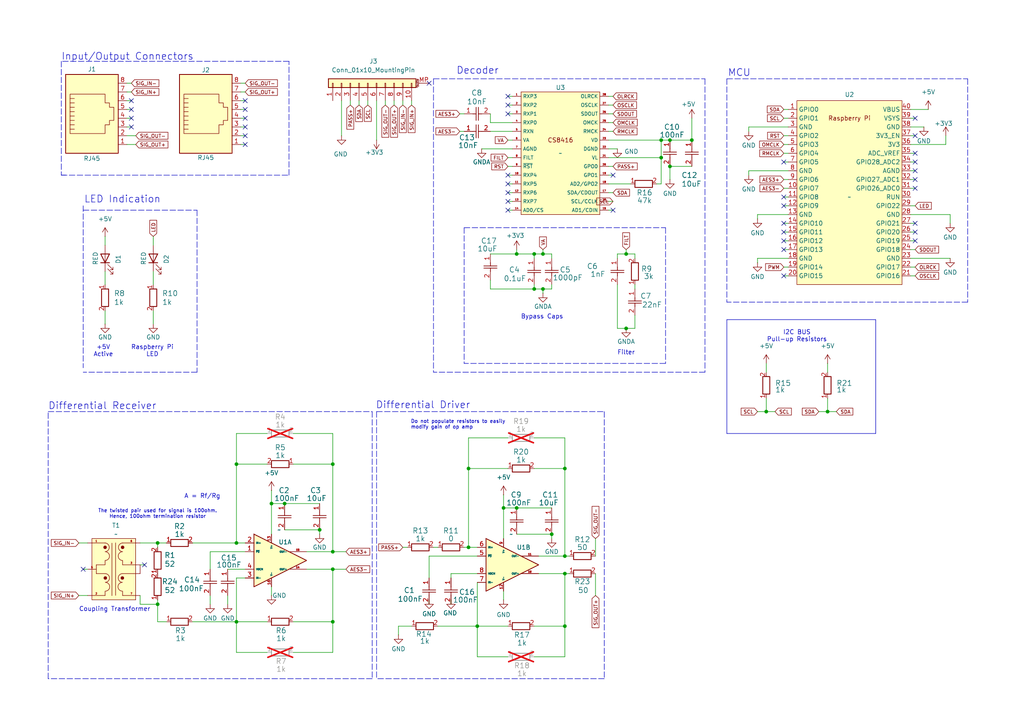
<source format=kicad_sch>
(kicad_sch (version 20231120) (generator "eeschema") (generator_version "8.0")
  (paper "A4")
  (junction (at 163.83 161.29))
  (junction (at 138.43 181.61))
  (junction (at 135.89 158.75))
  (junction (at 149.86 147.32))
  (junction (at 149.86 73.66))
  (junction (at 163.83 166.37))
  (junction (at 200.66 40.64))
  (junction (at 157.48 83.82))
  (junction (at 157.48 73.66))
  (junction (at 68.58 134.62))
  (junction (at 163.83 135.89))
  (junction (at 68.58 157.48))
  (junction (at 191.77 45.72))
  (junction (at 45.72 175.26))
  (junction (at 163.83 181.61))
  (junction (at 82.55 146.05))
  (junction (at 96.52 165.1))
  (junction (at 191.77 40.64))
  (junction (at 146.05 147.32))
  (junction (at 96.52 160.02))
  (junction (at 160.02 154.94))
  (junction (at 154.94 83.82))
  (junction (at 222.25 119.38))
  (junction (at 45.72 157.48))
  (junction (at 181.61 73.66))
  (junction (at 135.89 135.89))
  (junction (at 92.71 153.67))
  (junction (at 194.31 40.64))
  (junction (at 154.94 73.66))
  (junction (at 68.58 180.34))
  (junction (at 240.03 119.38))
  (junction (at 194.31 48.26))
  (junction (at 181.61 95.25))
  (junction (at 78.74 146.05))
  (junction (at 96.52 134.62))
  (junction (at 96.52 180.34))
  (no_connect (at 147.32 53.34))
  (no_connect (at 147.32 30.48))
  (no_connect (at 227.33 57.15))
  (no_connect (at 147.32 58.42))
  (no_connect (at 71.12 31.75))
  (no_connect (at 38.1 29.21))
  (no_connect (at 265.43 69.85))
  (no_connect (at 147.32 60.96))
  (no_connect (at 265.43 54.61))
  (no_connect (at 265.43 64.77))
  (no_connect (at 71.12 34.29))
  (no_connect (at 71.12 41.91))
  (no_connect (at 227.33 59.69))
  (no_connect (at 147.32 55.88))
  (no_connect (at 227.33 72.39))
  (no_connect (at 71.12 36.83))
  (no_connect (at 265.43 52.07))
  (no_connect (at 147.32 50.8))
  (no_connect (at 147.32 27.94))
  (no_connect (at 38.1 34.29))
  (no_connect (at 177.8 50.8))
  (no_connect (at 227.33 69.85))
  (no_connect (at 227.33 67.31))
  (no_connect (at 227.33 80.01))
  (no_connect (at 38.1 36.83))
  (no_connect (at 227.33 64.77))
  (no_connect (at 38.1 31.75))
  (no_connect (at 177.8 60.96))
  (no_connect (at 265.43 44.45))
  (no_connect (at 265.43 46.99))
  (no_connect (at 265.43 34.29))
  (no_connect (at 124.46 24.13))
  (no_connect (at 24.13 165.1))
  (no_connect (at 227.33 46.99))
  (no_connect (at 265.43 67.31))
  (no_connect (at 265.43 39.37))
  (no_connect (at 71.12 29.21))
  (no_connect (at 265.43 49.53))
  (no_connect (at 41.91 163.83))
  (no_connect (at 147.32 33.02))
  (no_connect (at 71.12 39.37))
  (wire (pts (xy 177.8 48.26) (xy 176.53 48.26)))
  (wire (pts (xy 147.32 45.72) (xy 148.59 45.72)))
  (wire (pts (xy 106.68 30.48) (xy 106.68 29.21)))
  (wire (pts (xy 163.83 166.37) (xy 165.1 166.37)))
  (wire (pts (xy 219.71 76.2) (xy 219.71 74.93)))
  (wire (pts (xy 78.74 146.05) (xy 82.55 146.05)))
  (wire (pts (xy 36.83 41.91) (xy 39.37 41.91)))
  (wire (pts (xy 176.53 38.1) (xy 177.8 38.1)))
  (wire (pts (xy 240.03 119.38) (xy 242.57 119.38)))
  (polyline (pts (xy 254 120.65) (xy 254 125.73)))
  (wire (pts (xy 147.32 55.88) (xy 148.59 55.88)))
  (wire (pts (xy 45.72 173.99) (xy 45.72 175.26)))
  (wire (pts (xy 85.09 180.34) (xy 96.52 180.34)))
  (wire (pts (xy 96.52 165.1) (xy 96.52 180.34)))
  (wire (pts (xy 130.81 167.64) (xy 130.81 166.37)))
  (polyline (pts (xy 125.73 22.86) (xy 204.47 22.86)) (stroke (width 0) (type dash)))
  (polyline (pts (xy 57.15 60.96) (xy 57.15 107.95)) (stroke (width 0) (type dash)))
  (wire (pts (xy 124.46 175.26) (xy 124.46 173.99)))
  (wire (pts (xy 265.43 67.31) (xy 264.16 67.31)))
  (wire (pts (xy 265.43 69.85) (xy 264.16 69.85)))
  (wire (pts (xy 160.02 74.93) (xy 160.02 73.66)))
  (wire (pts (xy 142.24 35.56) (xy 148.59 35.56)))
  (wire (pts (xy 177.8 27.94) (xy 176.53 27.94)))
  (wire (pts (xy 69.85 39.37) (xy 71.12 39.37)))
  (polyline (pts (xy 134.62 66.04) (xy 193.04 66.04)) (stroke (width 0) (type dash)))
  (wire (pts (xy 227.33 80.01) (xy 228.6 80.01)))
  (wire (pts (xy 38.1 24.13) (xy 36.83 24.13)))
  (polyline (pts (xy 17.78 50.8) (xy 83.82 50.8)) (stroke (width 0) (type dash)))
  (wire (pts (xy 264.16 41.91) (xy 274.32 41.91)))
  (wire (pts (xy 182.88 53.34) (xy 176.53 53.34)))
  (wire (pts (xy 77.47 189.23) (xy 68.58 189.23)))
  (wire (pts (xy 116.84 29.21) (xy 116.84 30.48)))
  (wire (pts (xy 41.91 163.83) (xy 40.64 163.83)))
  (wire (pts (xy 160.02 73.66) (xy 157.48 73.66)))
  (wire (pts (xy 96.52 180.34) (xy 96.52 189.23)))
  (wire (pts (xy 265.43 34.29) (xy 264.16 34.29)))
  (wire (pts (xy 78.74 170.18) (xy 78.74 172.72)))
  (wire (pts (xy 177.8 30.48) (xy 176.53 30.48)))
  (wire (pts (xy 78.74 154.94) (xy 78.74 146.05)))
  (polyline (pts (xy 17.78 17.78) (xy 17.78 50.8)) (stroke (width 0) (type dash)))
  (polyline (pts (xy 210.82 22.86) (xy 280.67 22.86)) (stroke (width 0) (type dash)))
  (wire (pts (xy 119.38 29.21) (xy 119.38 30.48)))
  (wire (pts (xy 130.81 175.26) (xy 130.81 173.99)))
  (wire (pts (xy 149.86 73.66) (xy 154.94 73.66)))
  (wire (pts (xy 147.32 53.34) (xy 148.59 53.34)))
  (polyline (pts (xy 134.62 66.04) (xy 134.62 105.41)) (stroke (width 0) (type dash)))
  (wire (pts (xy 227.33 41.91) (xy 228.6 41.91)))
  (polyline (pts (xy 83.82 17.78) (xy 17.78 17.78)) (stroke (width 0) (type dash)))
  (polyline (pts (xy 204.47 22.86) (xy 204.47 107.95)) (stroke (width 0) (type dash)))
  (wire (pts (xy 68.58 180.34) (xy 77.47 180.34)))
  (polyline (pts (xy 210.82 125.73) (xy 254 125.73)))
  (wire (pts (xy 194.31 48.26) (xy 194.31 52.07)))
  (wire (pts (xy 227.33 77.47) (xy 228.6 77.47)))
  (wire (pts (xy 157.48 83.82) (xy 154.94 83.82)))
  (wire (pts (xy 71.12 24.13) (xy 69.85 24.13)))
  (wire (pts (xy 219.71 119.38) (xy 222.25 119.38)))
  (wire (pts (xy 138.43 190.5) (xy 138.43 181.61)))
  (wire (pts (xy 179.07 82.55) (xy 179.07 95.25)))
  (polyline (pts (xy 254 120.65) (xy 254 92.71)))
  (wire (pts (xy 177.8 50.8) (xy 176.53 50.8)))
  (wire (pts (xy 160.02 83.82) (xy 157.48 83.82)))
  (wire (pts (xy 38.1 34.29) (xy 36.83 34.29)))
  (wire (pts (xy 30.48 68.58) (xy 30.48 71.12)))
  (wire (pts (xy 240.03 105.41) (xy 240.03 107.95)))
  (wire (pts (xy 88.9 165.1) (xy 96.52 165.1)))
  (polyline (pts (xy 13.97 119.38) (xy 107.95 119.38)) (stroke (width 0) (type dash)))
  (wire (pts (xy 135.89 135.89) (xy 147.32 135.89)))
  (wire (pts (xy 36.83 26.67) (xy 38.1 26.67)))
  (polyline (pts (xy 280.67 87.63) (xy 210.82 87.63)) (stroke (width 0) (type dash)))
  (wire (pts (xy 149.86 72.39) (xy 149.86 73.66)))
  (wire (pts (xy 125.73 158.75) (xy 127 158.75)))
  (wire (pts (xy 71.12 29.21) (xy 69.85 29.21)))
  (wire (pts (xy 176.53 35.56) (xy 177.8 35.56)))
  (wire (pts (xy 88.9 160.02) (xy 96.52 160.02)))
  (wire (pts (xy 154.94 127) (xy 163.83 127)))
  (wire (pts (xy 156.21 161.29) (xy 163.83 161.29)))
  (polyline (pts (xy 109.22 119.38) (xy 109.22 196.85)) (stroke (width 0) (type dash)))
  (wire (pts (xy 30.48 78.74) (xy 30.48 82.55)))
  (wire (pts (xy 99.06 39.37) (xy 99.06 29.21)))
  (wire (pts (xy 227.33 34.29) (xy 228.6 34.29)))
  (wire (pts (xy 96.52 165.1) (xy 100.33 165.1)))
  (wire (pts (xy 265.43 77.47) (xy 264.16 77.47)))
  (wire (pts (xy 130.81 166.37) (xy 138.43 166.37)))
  (wire (pts (xy 44.45 68.58) (xy 44.45 71.12)))
  (wire (pts (xy 71.12 31.75) (xy 69.85 31.75)))
  (wire (pts (xy 142.24 83.82) (xy 154.94 83.82)))
  (wire (pts (xy 227.33 67.31) (xy 228.6 67.31)))
  (wire (pts (xy 265.43 59.69) (xy 264.16 59.69)))
  (wire (pts (xy 154.94 82.55) (xy 154.94 83.82)))
  (wire (pts (xy 149.86 154.94) (xy 160.02 154.94)))
  (wire (pts (xy 71.12 26.67) (xy 69.85 26.67)))
  (wire (pts (xy 265.43 64.77) (xy 264.16 64.77)))
  (wire (pts (xy 227.33 52.07) (xy 228.6 52.07)))
  (polyline (pts (xy 210.82 92.71) (xy 210.82 125.73)))
  (wire (pts (xy 227.33 39.37) (xy 228.6 39.37)))
  (wire (pts (xy 138.43 181.61) (xy 147.32 181.61)))
  (wire (pts (xy 147.32 40.64) (xy 148.59 40.64)))
  (wire (pts (xy 163.83 190.5) (xy 163.83 181.61)))
  (polyline (pts (xy 193.04 105.41) (xy 134.62 105.41)) (stroke (width 0) (type dash)))
  (wire (pts (xy 190.5 53.34) (xy 191.77 53.34)))
  (wire (pts (xy 240.03 119.38) (xy 237.49 119.38)))
  (wire (pts (xy 38.1 29.21) (xy 36.83 29.21)))
  (wire (pts (xy 184.15 91.44) (xy 184.15 95.25)))
  (wire (pts (xy 68.58 134.62) (xy 77.47 134.62)))
  (wire (pts (xy 68.58 157.48) (xy 71.12 157.48)))
  (wire (pts (xy 115.57 181.61) (xy 115.57 184.15)))
  (wire (pts (xy 163.83 127) (xy 163.83 135.89)))
  (wire (pts (xy 142.24 38.1) (xy 148.59 38.1)))
  (wire (pts (xy 147.32 50.8) (xy 148.59 50.8)))
  (wire (pts (xy 82.55 146.05) (xy 92.71 146.05)))
  (wire (pts (xy 133.35 33.02) (xy 134.62 33.02)))
  (wire (pts (xy 222.25 105.41) (xy 222.25 107.95)))
  (wire (pts (xy 177.8 55.88) (xy 176.53 55.88)))
  (polyline (pts (xy 193.04 66.04) (xy 193.04 105.41)) (stroke (width 0) (type dash)))
  (wire (pts (xy 127 181.61) (xy 138.43 181.61)))
  (wire (pts (xy 142.24 33.02) (xy 142.24 35.56)))
  (wire (pts (xy 71.12 36.83) (xy 69.85 36.83)))
  (wire (pts (xy 179.07 73.66) (xy 179.07 74.93)))
  (wire (pts (xy 85.09 125.73) (xy 96.52 125.73)))
  (wire (pts (xy 78.74 142.24) (xy 78.74 146.05)))
  (wire (pts (xy 111.76 30.48) (xy 111.76 29.21)))
  (polyline (pts (xy 107.95 119.38) (xy 107.95 196.85)) (stroke (width 0) (type dash)))
  (wire (pts (xy 157.48 73.66) (xy 154.94 73.66)))
  (wire (pts (xy 228.6 49.53) (xy 217.17 49.53)))
  (wire (pts (xy 217.17 49.53) (xy 217.17 50.8)))
  (wire (pts (xy 124.46 167.64) (xy 124.46 161.29)))
  (wire (pts (xy 222.25 119.38) (xy 224.79 119.38)))
  (polyline (pts (xy 57.15 107.95) (xy 24.13 107.95)) (stroke (width 0) (type dash)))
  (wire (pts (xy 92.71 153.67) (xy 92.71 154.94)))
  (wire (pts (xy 227.33 46.99) (xy 228.6 46.99)))
  (wire (pts (xy 36.83 39.37) (xy 39.37 39.37)))
  (wire (pts (xy 227.33 54.61) (xy 228.6 54.61)))
  (wire (pts (xy 146.05 156.21) (xy 146.05 147.32)))
  (wire (pts (xy 30.48 93.98) (xy 30.48 90.17)))
  (wire (pts (xy 96.52 160.02) (xy 100.33 160.02)))
  (wire (pts (xy 160.02 154.94) (xy 160.02 156.21)))
  (wire (pts (xy 82.55 153.67) (xy 92.71 153.67)))
  (polyline (pts (xy 210.82 22.86) (xy 210.82 87.63)) (stroke (width 0) (type dash)))
  (wire (pts (xy 147.32 127) (xy 135.89 127)))
  (wire (pts (xy 265.43 46.99) (xy 264.16 46.99)))
  (wire (pts (xy 160.02 82.55) (xy 160.02 83.82)))
  (polyline (pts (xy 280.67 22.86) (xy 280.67 87.63)) (stroke (width 0) (type dash)))
  (wire (pts (xy 194.31 40.64) (xy 200.66 40.64)))
  (wire (pts (xy 184.15 74.93) (xy 184.15 73.66)))
  (wire (pts (xy 71.12 167.64) (xy 68.58 167.64)))
  (wire (pts (xy 217.17 36.83) (xy 228.6 36.83)))
  (wire (pts (xy 116.84 158.75) (xy 118.11 158.75)))
  (wire (pts (xy 96.52 134.62) (xy 96.52 160.02)))
  (wire (pts (xy 240.03 115.57) (xy 240.03 119.38)))
  (wire (pts (xy 22.86 157.48) (xy 25.4 157.48)))
  (wire (pts (xy 194.31 48.26) (xy 200.66 48.26)))
  (wire (pts (xy 227.33 44.45) (xy 228.6 44.45)))
  (wire (pts (xy 172.72 156.21) (xy 172.72 161.29)))
  (wire (pts (xy 154.94 190.5) (xy 163.83 190.5)))
  (wire (pts (xy 38.1 31.75) (xy 36.83 31.75)))
  (wire (pts (xy 44.45 90.17) (xy 44.45 93.98)))
  (wire (pts (xy 71.12 34.29) (xy 69.85 34.29)))
  (wire (pts (xy 154.94 181.61) (xy 163.83 181.61)))
  (polyline (pts (xy 254 92.71) (xy 210.82 92.71)))
  (wire (pts (xy 265.43 52.07) (xy 264.16 52.07)))
  (wire (pts (xy 135.89 158.75) (xy 135.89 135.89)))
  (polyline (pts (xy 13.97 196.85) (xy 13.97 119.38)) (stroke (width 0) (type dash)))
  (wire (pts (xy 85.09 134.62) (xy 96.52 134.62)))
  (wire (pts (xy 146.05 147.32) (xy 149.86 147.32)))
  (wire (pts (xy 265.43 49.53) (xy 264.16 49.53)))
  (wire (pts (xy 264.16 74.93) (xy 275.59 74.93)))
  (wire (pts (xy 163.83 181.61) (xy 163.83 166.37)))
  (wire (pts (xy 60.96 172.72) (xy 60.96 175.26)))
  (wire (pts (xy 176.53 43.18) (xy 179.07 43.18)))
  (wire (pts (xy 191.77 45.72) (xy 191.77 53.34)))
  (wire (pts (xy 24.13 165.1) (xy 25.4 165.1)))
  (wire (pts (xy 227.33 69.85) (xy 228.6 69.85)))
  (wire (pts (xy 147.32 33.02) (xy 148.59 33.02)))
  (wire (pts (xy 265.43 72.39) (xy 264.16 72.39)))
  (wire (pts (xy 176.53 45.72) (xy 191.77 45.72)))
  (wire (pts (xy 115.57 181.61) (xy 119.38 181.61)))
  (wire (pts (xy 179.07 73.66) (xy 181.61 73.66)))
  (wire (pts (xy 157.48 83.82) (xy 157.48 85.09)))
  (wire (pts (xy 96.52 125.73) (xy 96.52 134.62)))
  (wire (pts (xy 45.72 180.34) (xy 45.72 175.26)))
  (wire (pts (xy 147.32 27.94) (xy 148.59 27.94)))
  (wire (pts (xy 275.59 62.23) (xy 275.59 64.77)))
  (wire (pts (xy 142.24 81.28) (xy 142.24 83.82)))
  (wire (pts (xy 219.71 62.23) (xy 219.71 63.5)))
  (wire (pts (xy 60.96 160.02) (xy 71.12 160.02)))
  (wire (pts (xy 227.33 31.75) (xy 228.6 31.75)))
  (wire (pts (xy 222.25 115.57) (xy 222.25 119.38)))
  (wire (pts (xy 149.86 147.32) (xy 160.02 147.32)))
  (wire (pts (xy 45.72 157.48) (xy 48.26 157.48)))
  (polyline (pts (xy 175.26 196.85) (xy 109.22 196.85)) (stroke (width 0) (type dash)))
  (polyline (pts (xy 24.13 60.96) (xy 57.15 60.96)) (stroke (width 0) (type dash)))
  (wire (pts (xy 138.43 158.75) (xy 135.89 158.75)))
  (wire (pts (xy 60.96 160.02) (xy 60.96 165.1)))
  (wire (pts (xy 69.85 41.91) (xy 71.12 41.91)))
  (wire (pts (xy 181.61 72.39) (xy 181.61 73.66)))
  (polyline (pts (xy 17.78 50.8) (xy 19.05 50.8)))
  (wire (pts (xy 55.88 157.48) (xy 68.58 157.48)))
  (wire (pts (xy 228.6 62.23) (xy 219.71 62.23)))
  (wire (pts (xy 184.15 82.55) (xy 184.15 83.82)))
  (wire (pts (xy 267.97 36.83) (xy 264.16 36.83)))
  (wire (pts (xy 142.24 73.66) (xy 149.86 73.66)))
  (wire (pts (xy 191.77 40.64) (xy 194.31 40.64)))
  (wire (pts (xy 227.33 72.39) (xy 228.6 72.39)))
  (wire (pts (xy 163.83 161.29) (xy 165.1 161.29)))
  (wire (pts (xy 172.72 166.37) (xy 172.72 172.72)))
  (wire (pts (xy 133.35 38.1) (xy 134.62 38.1)))
  (wire (pts (xy 147.32 190.5) (xy 138.43 190.5)))
  (polyline (pts (xy 175.26 119.38) (xy 175.26 196.85)) (stroke (width 0) (type dash)))
  (wire (pts (xy 177.8 60.96) (xy 176.53 60.96)))
  (wire (pts (xy 217.17 38.1) (xy 217.17 36.83)))
  (wire (pts (xy 265.43 44.45) (xy 264.16 44.45)))
  (wire (pts (xy 40.64 175.26) (xy 40.64 172.72)))
  (wire (pts (xy 219.71 74.93) (xy 228.6 74.93)))
  (wire (pts (xy 157.48 72.39) (xy 157.48 73.66)))
  (wire (pts (xy 85.09 189.23) (xy 96.52 189.23)))
  (wire (pts (xy 264.16 31.75) (xy 269.24 31.75)))
  (wire (pts (xy 138.43 168.91) (xy 138.43 181.61)))
  (wire (pts (xy 176.53 40.64) (xy 191.77 40.64)))
  (wire (pts (xy 179.07 95.25) (xy 181.61 95.25)))
  (wire (pts (xy 139.7 43.18) (xy 148.59 43.18)))
  (wire (pts (xy 114.3 30.48) (xy 114.3 29.21)))
  (wire (pts (xy 177.8 58.42) (xy 176.53 58.42)))
  (wire (pts (xy 264.16 62.23) (xy 275.59 62.23)))
  (polyline (pts (xy 83.82 50.8) (xy 83.82 17.78)) (stroke (width 0) (type dash)))
  (wire (pts (xy 265.43 80.01) (xy 264.16 80.01)))
  (wire (pts (xy 68.58 167.64) (xy 68.58 180.34)))
  (wire (pts (xy 156.21 166.37) (xy 163.83 166.37)))
  (wire (pts (xy 227.33 57.15) (xy 228.6 57.15)))
  (wire (pts (xy 68.58 125.73) (xy 68.58 134.62)))
  (wire (pts (xy 147.32 58.42) (xy 148.59 58.42)))
  (wire (pts (xy 68.58 157.48) (xy 68.58 134.62)))
  (wire (pts (xy 40.64 157.48) (xy 45.72 157.48)))
  (wire (pts (xy 66.04 172.72) (xy 66.04 175.26)))
  (wire (pts (xy 147.32 48.26) (xy 148.59 48.26)))
  (wire (pts (xy 104.14 30.48) (xy 104.14 29.21)))
  (wire (pts (xy 22.86 172.72) (xy 25.4 172.72)))
  (wire (pts (xy 45.72 180.34) (xy 48.26 180.34)))
  (polyline (pts (xy 109.22 119.38) (xy 175.26 119.38)) (stroke (width 0) (type dash)))
  (wire (pts (xy 265.43 39.37) (xy 264.16 39.37)))
  (wire (pts (xy 274.32 41.91) (xy 274.32 39.37)))
  (wire (pts (xy 191.77 40.64) (xy 191.77 45.72)))
  (wire (pts (xy 177.8 33.02) (xy 176.53 33.02)))
  (wire (pts (xy 135.89 127) (xy 135.89 135.89)))
  (wire (pts (xy 109.22 29.21) (xy 109.22 40.64)))
  (wire (pts (xy 154.94 135.89) (xy 163.83 135.89)))
  (wire (pts (xy 147.32 30.48) (xy 148.59 30.48)))
  (wire (pts (xy 38.1 36.83) (xy 36.83 36.83)))
  (wire (pts (xy 146.05 143.51) (xy 146.05 147.32)))
  (wire (pts (xy 146.05 171.45) (xy 146.05 173.99)))
  (wire (pts (xy 124.46 161.29) (xy 138.43 161.29)))
  (wire (pts (xy 66.04 165.1) (xy 71.12 165.1)))
  (wire (pts (xy 68.58 189.23) (xy 68.58 180.34)))
  (wire (pts (xy 154.94 73.66) (xy 154.94 74.93)))
  (wire (pts (xy 200.66 34.29) (xy 200.66 40.64)))
  (polyline (pts (xy 125.73 22.86) (xy 125.73 107.95)) (stroke (width 0) (type dash)))
  (wire (pts (xy 227.33 59.69) (xy 228.6 59.69)))
  (wire (pts (xy 77.47 125.73) (xy 68.58 125.73)))
  (wire (pts (xy 40.64 175.26) (xy 45.72 175.26)))
  (polyline (pts (xy 24.13 59.69) (xy 24.13 106.68)) (stroke (width 0) (type dash)))
  (wire (pts (xy 44.45 78.74) (xy 44.45 82.55)))
  (wire (pts (xy 45.72 157.48) (xy 45.72 158.75)))
  (wire (pts (xy 163.83 135.89) (xy 163.83 161.29)))
  (wire (pts (xy 134.62 158.75) (xy 135.89 158.75)))
  (polyline (pts (xy 204.47 107.95) (xy 125.73 107.95)) (stroke (width 0) (type dash)))
  (polyline (pts (xy 107.95 196.85) (xy 13.97 196.85)) (stroke (width 0) (type dash)))
  (wire (pts (xy 181.61 73.66) (xy 184.15 73.66)))
  (wire (pts (xy 55.88 180.34) (xy 68.58 180.34)))
  (wire (pts (xy 101.6 30.48) (xy 101.6 29.21)))
  (wire (pts (xy 184.15 95.25) (xy 181.61 95.25)))
  (wire (pts (xy 227.33 64.77) (xy 228.6 64.77)))
  (wire (pts (xy 147.32 60.96) (xy 148.59 60.96)))
  (wire (pts (xy 265.43 54.61) (xy 264.16 54.61)))
  (text "Differential Receiver\n" (at 13.97 117.856 0) (effects (font (size 2.032 2.032)) (justify left)))
  (text "Raspberry Pi\nLED" (at 44.196 101.854 0) (effects (font (size 1.27 1.27))))
  (text "Decoder\n" (at 132.334 20.574 0) (effects (font (size 2.032 2.032)) (justify left)))
  (text "Differential Driver\n" (at 108.966 117.602 0) (effects (font (size 2.032 2.032)) (justify left)))
  (text "Coupling Transformer" (at 33.274 176.784 0) (effects (font (size 1.27 1.27))))
  (text "The twisted pair used for signal is 100ohm.\nHence, 100ohm termination resistor" (at 45.72 149.098 0) (effects (font (size 1.016 1.016))))
  (text "Input/Output Connectors\n" (at 17.78 16.51 0) (effects (font (size 2.032 2.032)) (justify left)))
  (text "+5V\nActive\n" (at 29.972 101.854 0) (effects (font (size 1.27 1.27))))
  (text "Filter\n" (at 181.61 102.362 0) (effects (font (size 1.27 1.27))))
  (text "A = Rf/Rg\n" (at 58.674 144.018 0) (effects (font (size 1.27 1.27))))
  (text "MCU\n\n" (at 211.074 22.86 0) (effects (font (size 2.032 2.032)) (justify left)))
  (text "I2C BUS\nPull-up Resistors" (at 231.14 97.536 0) (effects (font (size 1.27 1.27))))
  (text "Do not populate resistors to easily\nmodify gain of op amp" (at 119.126 123.19 0) (effects (font (size 1.016 1.016)) (justify left)))
  (text "LED Indication" (at 24.384 57.912 0) (effects (font (size 2.032 2.032)) (justify left)))
  (text "Bypass Caps" (at 157.226 91.948 0) (effects (font (size 1.27 1.27))))
  (global_label "AES3-" (shape input) (at 133.35 38.1 180) (effects (font (size 1.016 1.016))) (property "Intersheetrefs" "${INTERSHEET_REFS}" (effects (hide yes))))
  (global_label "SIG_IN+" (shape input) (at 22.86 172.72 180) (effects (font (size 1.016 1.016))) (property "Intersheetrefs" "${INTERSHEET_REFS}" (effects (hide yes))))
  (global_label "SDA" (shape input) (at 227.33 31.75 180) (effects (font (size 1.016 1.016))) (property "Intersheetrefs" "${INTERSHEET_REFS}" (effects (hide yes))))
  (global_label "SIG_OUT-" (shape input) (at 111.76 30.48 270) (effects (font (size 1.016 1.016))) (property "Intersheetrefs" "${INTERSHEET_REFS}" (effects (hide yes))))
  (global_label "SIG_OUT-" (shape input) (at 39.37 39.37 0) (effects (font (size 1.016 1.016))) (property "Intersheetrefs" "${INTERSHEET_REFS}" (effects (hide yes))))
  (global_label "SDOUT" (shape input) (at 265.43 72.39 0) (effects (font (size 1.016 1.016))) (property "Intersheetrefs" "${INTERSHEET_REFS}" (effects (hide yes))))
  (global_label "RST" (shape input) (at 147.32 48.26 180) (effects (font (size 1.016 1.016))) (property "Intersheetrefs" "${INTERSHEET_REFS}" (effects (hide yes))))
  (global_label "RMCLK" (shape input) (at 227.33 44.45 180) (effects (font (size 1.016 1.016))) (property "Intersheetrefs" "${INTERSHEET_REFS}" (effects (hide yes))))
  (global_label "OMCLK" (shape input) (at 177.8 35.56 0) (effects (font (size 1.016 1.016))) (property "Intersheetrefs" "${INTERSHEET_REFS}" (effects (hide yes))))
  (global_label "AES3+" (shape input) (at 133.35 33.02 180) (effects (font (size 1.016 1.016))) (property "Intersheetrefs" "${INTERSHEET_REFS}" (effects (hide yes))))
  (global_label "SCL" (shape input) (at 219.71 119.38 180) (effects (font (size 1.016 1.016))) (property "Intersheetrefs" "${INTERSHEET_REFS}" (effects (hide yes))))
  (global_label "SIG_IN+" (shape input) (at 38.1 26.67 0) (effects (font (size 1.016 1.016))) (property "Intersheetrefs" "${INTERSHEET_REFS}" (effects (hide yes))))
  (global_label "SIG_IN-" (shape input) (at 22.86 157.48 180) (effects (font (size 1.016 1.016))) (property "Intersheetrefs" "${INTERSHEET_REFS}" (effects (hide yes))))
  (global_label "PASS+" (shape input) (at 101.6 30.48 270) (effects (font (size 1.016 1.016))) (property "Intersheetrefs" "${INTERSHEET_REFS}" (effects (hide yes))))
  (global_label "SIG_OUT-" (shape input) (at 172.72 156.21 90) (effects (font (size 1.016 1.016))) (property "Intersheetrefs" "${INTERSHEET_REFS}" (effects (hide yes))))
  (global_label "SIG_IN+" (shape input) (at 119.38 30.48 270) (effects (font (size 1.016 1.016))) (property "Intersheetrefs" "${INTERSHEET_REFS}" (effects (hide yes))))
  (global_label "SIG_OUT+" (shape input) (at 71.12 26.67 0) (effects (font (size 1.016 1.016))) (property "Intersheetrefs" "${INTERSHEET_REFS}" (effects (hide yes))))
  (global_label "FILT" (shape input) (at 147.32 45.72 180) (effects (font (size 1.016 1.016))) (property "Intersheetrefs" "${INTERSHEET_REFS}" (effects (hide yes))))
  (global_label "SCL" (shape input) (at 106.68 30.48 270) (effects (font (size 1.016 1.016))) (property "Intersheetrefs" "${INTERSHEET_REFS}" (effects (hide yes))))
  (global_label "PASS+" (shape input) (at 116.84 158.75 180) (effects (font (size 1.016 1.016))) (property "Intersheetrefs" "${INTERSHEET_REFS}" (effects (hide yes))))
  (global_label "OSCLK" (shape input) (at 265.43 80.01 0) (effects (font (size 1.016 1.016))) (property "Intersheetrefs" "${INTERSHEET_REFS}" (effects (hide yes))))
  (global_label "SDOUT" (shape input) (at 177.8 33.02 0) (effects (font (size 1.016 1.016))) (property "Intersheetrefs" "${INTERSHEET_REFS}" (effects (hide yes))))
  (global_label "PASS+" (shape input) (at 177.8 48.26 0) (effects (font (size 1.016 1.016))) (property "Intersheetrefs" "${INTERSHEET_REFS}" (effects (hide yes))))
  (global_label "LED" (shape input) (at 44.45 68.58 90) (effects (font (size 1.016 1.016))) (property "Intersheetrefs" "${INTERSHEET_REFS}" (effects (hide yes))))
  (global_label "SIG_OUT+" (shape input) (at 39.37 41.91 0) (effects (font (size 1.016 1.016))) (property "Intersheetrefs" "${INTERSHEET_REFS}" (effects (hide yes))))
  (global_label "AES3+" (shape input) (at 100.33 160.02 0) (effects (font (size 1.016 1.016))) (property "Intersheetrefs" "${INTERSHEET_REFS}" (effects (hide yes))))
  (global_label "AES3-" (shape input) (at 100.33 165.1 0) (effects (font (size 1.016 1.016))) (property "Intersheetrefs" "${INTERSHEET_REFS}" (effects (hide yes))))
  (global_label "SDA" (shape input) (at 104.14 30.48 270) (effects (font (size 1.016 1.016))) (property "Intersheetrefs" "${INTERSHEET_REFS}" (effects (hide yes))))
  (global_label "OLRCK" (shape input) (at 177.8 27.94 0) (effects (font (size 1.016 1.016))) (property "Intersheetrefs" "${INTERSHEET_REFS}" (effects (hide yes))))
  (global_label "OLRCK" (shape input) (at 265.43 77.47 0) (effects (font (size 1.016 1.016))) (property "Intersheetrefs" "${INTERSHEET_REFS}" (effects (hide yes))))
  (global_label "LED" (shape input) (at 265.43 59.69 0) (effects (font (size 1.016 1.016))) (property "Intersheetrefs" "${INTERSHEET_REFS}" (effects (hide yes))))
  (global_label "SIG_OUT+" (shape input) (at 172.72 172.72 270) (effects (font (size 1.016 1.016))) (property "Intersheetrefs" "${INTERSHEET_REFS}" (effects (hide yes))))
  (global_label "SCL" (shape input) (at 224.79 119.38 0) (effects (font (size 1.016 1.016))) (property "Intersheetrefs" "${INTERSHEET_REFS}" (effects (hide yes))))
  (global_label "FILT" (shape input) (at 181.61 72.39 90) (effects (font (size 1.016 1.016))) (property "Intersheetrefs" "${INTERSHEET_REFS}" (effects (hide yes))))
  (global_label "SIG_IN-" (shape input) (at 38.1 24.13 0) (effects (font (size 1.016 1.016))) (property "Intersheetrefs" "${INTERSHEET_REFS}" (effects (hide yes))))
  (global_label "VA" (shape input) (at 157.48 72.39 90) (effects (font (size 1.016 1.016))) (property "Intersheetrefs" "${INTERSHEET_REFS}" (effects (hide yes))))
  (global_label "SCL" (shape input) (at 227.33 34.29 180) (effects (font (size 1.016 1.016))) (property "Intersheetrefs" "${INTERSHEET_REFS}" (effects (hide yes))))
  (global_label "PWM" (shape input) (at 227.33 77.47 180) (effects (font (size 1.016 1.016))) (property "Intersheetrefs" "${INTERSHEET_REFS}" (effects (hide yes))))
  (global_label "SIG_OUT-" (shape input) (at 71.12 24.13 0) (effects (font (size 1.016 1.016))) (property "Intersheetrefs" "${INTERSHEET_REFS}" (effects (hide yes))))
  (global_label "VA" (shape input) (at 147.32 40.64 180) (effects (font (size 1.016 1.016))) (property "Intersheetrefs" "${INTERSHEET_REFS}" (effects (hide yes))))
  (global_label "SDA" (shape input) (at 242.57 119.38 0) (effects (font (size 1.016 1.016))) (property "Intersheetrefs" "${INTERSHEET_REFS}" (effects (hide yes))))
  (global_label "OSCLK" (shape input) (at 177.8 30.48 0) (effects (font (size 1.016 1.016))) (property "Intersheetrefs" "${INTERSHEET_REFS}" (effects (hide yes))))
  (global_label "AES3-" (shape input) (at 227.33 54.61 180) (effects (font (size 1.016 1.016))) (property "Intersheetrefs" "${INTERSHEET_REFS}" (effects (hide yes))))
  (global_label "OMCLK" (shape input) (at 227.33 41.91 180) (effects (font (size 1.016 1.016))) (property "Intersheetrefs" "${INTERSHEET_REFS}" (effects (hide yes))))
  (global_label "SIG_IN-" (shape input) (at 116.84 30.48 270) (effects (font (size 1.016 1.016))) (property "Intersheetrefs" "${INTERSHEET_REFS}" (effects (hide yes))))
  (global_label "SCL" (shape input) (at 177.8 58.42 180) (effects (font (size 1.016 1.016))) (property "Intersheetrefs" "${INTERSHEET_REFS}" (effects (hide yes))))
  (global_label "RST" (shape input) (at 227.33 39.37 180) (effects (font (size 1.016 1.016))) (property "Intersheetrefs" "${INTERSHEET_REFS}" (effects (hide yes))))
  (global_label "SDA" (shape input) (at 237.49 119.38 180) (effects (font (size 1.016 1.016))) (property "Intersheetrefs" "${INTERSHEET_REFS}" (effects (hide yes))))
  (global_label "RMCLK" (shape input) (at 177.8 38.1 0) (effects (font (size 1.016 1.016))) (property "Intersheetrefs" "${INTERSHEET_REFS}" (effects (hide yes))))
  (global_label "AES3+" (shape input) (at 227.33 52.07 180) (effects (font (size 1.016 1.016))) (property "Intersheetrefs" "${INTERSHEET_REFS}" (effects (hide yes))))
  (global_label "SDA" (shape input) (at 177.8 55.88 0) (effects (font (size 1.016 1.016))) (property "Intersheetrefs" "${INTERSHEET_REFS}" (effects (hide yes))))
  (global_label "SIG_OUT+" (shape input) (at 114.3 30.48 270) (effects (font (size 1.016 1.016))) (property "Intersheetrefs" "${INTERSHEET_REFS}" (effects (hide yes))))
  (symbol (lib_id "power:GND") (at 275.59 64.77 0) (unit 1)
    (property "Reference" "#PWR015" (effects (hide yes)))
    (property "Value" "GND" (at 275.59 68.834 0))
    (property "Description" "Power symbol creates a global label with name \"GND\" , ground" (effects (hide yes)))
  )
  (symbol (lib_id "491_Symbols:RES_805") (at 222.25 115.57 90) (unit 1)
    (property "Reference" "R15" (at 224.79 111.1249 90) (effects (font (size 1.524 1.524)) (justify right)))
    (property "Value" "1k" (at 224.79 113.03 90) (effects (font (size 1.524 1.524)) (justify right)))
    (property "Footprint" "Capacitor_SMD:C_0805_2012Metric_Pad1.18x1.45mm_HandSolder" (effects (hide yes)))
  )
  (symbol (lib_id "491_Symbols:CAP_CER_1206") (at 154.94 74.93 270) (unit 1)
    (property "Reference" "C4" (at 147.574 78.232 90) (effects (font (size 1.524 1.524)) (justify left)))
    (property "Value" "0.1uF" (at 146.05 80.772 90) (effects (font (size 1.524 1.524)) (justify left)))
    (property "Footprint" "Capacitor_SMD:C_0805_2012Metric_Pad1.18x1.45mm_HandSolder" (effects (hide yes)))
    (property "Datasheet" "CL05B104KP5NNNC" (effects (hide yes)))
  )
  (symbol (lib_id "491_Symbols:RES_805") (at 45.72 173.99 90) (unit 1)
    (property "Reference" "R24" (at 49.276 168.656 90) (effects (font (size 1.524 1.524))))
    (property "Value" "52" (at 49.276 171.196 90) (effects (font (size 1.524 1.524))))
    (property "Footprint" "Capacitor_SMD:C_0805_2012Metric_Pad1.18x1.45mm_HandSolder" (effects (hide yes)))
  )
  (symbol (lib_id "491_Symbols:RES_805") (at 118.11 158.75 0) (unit 1)
    (property "Reference" "R13" (at 121.92 153.924 0) (effects (font (size 1.524 1.524))))
    (property "Value" "1k" (at 121.92 156.21 0) (effects (font (size 1.524 1.524))))
    (property "Footprint" "Capacitor_SMD:C_0805_2012Metric_Pad1.18x1.45mm_HandSolder" (effects (hide yes)))
  )
  (symbol (lib_id "491_Symbols:RES_805") (at 30.48 82.55 270) (unit 1)
    (property "Reference" "R8" (at 33.02 85.0899 90) (effects (font (size 1.524 1.524)) (justify left)))
    (property "Value" "1k" (at 33.02 87.6299 90) (effects (font (size 1.524 1.524)) (justify left)))
    (property "Footprint" "Capacitor_SMD:C_0805_2012Metric_Pad1.18x1.45mm_HandSolder" (effects (hide yes)))
  )
  (symbol (lib_id "491_Symbols:RES_805") (at 77.47 189.23 0) (unit 1) (dnp yes)
    (property "Reference" "R7" (at 81.534 191.77 0) (effects (font (size 1.524 1.524))))
    (property "Value" "1k" (at 81.534 194.056 0) (effects (font (size 1.524 1.524))))
    (property "Footprint" "Capacitor_SMD:C_0805_2012Metric_Pad1.18x1.45mm_HandSolder" (effects (hide yes)))
  )
  (symbol (lib_id "491_Symbols:RES_805") (at 85.09 134.62 0) (mirror y) (unit 1)
    (property "Reference" "R5" (at 81.28 129.794 0) (effects (font (size 1.524 1.524))))
    (property "Value" "1k" (at 81.28 132.08 0) (effects (font (size 1.524 1.524))))
    (property "Footprint" "Capacitor_SMD:C_0805_2012Metric_Pad1.18x1.45mm_HandSolder" (effects (hide yes)))
  )
  (symbol (lib_id "491_Symbols:CAP_CER_805") (at 149.86 147.32 270) (unit 1)
    (property "Reference" "C9" (at 148.082 143.51 90) (effects (font (size 1.524 1.524)) (justify left)))
    (property "Value" "100nF" (at 146.812 145.796 90) (effects (font (size 1.524 1.524)) (justify left)))
    (property "Footprint" "Capacitor_SMD:C_0805_2012Metric_Pad1.18x1.45mm_HandSolder" (effects (hide yes)))
    (property "Datasheet" "CL05B104KP5NNNC" (effects (hide yes)))
  )
  (symbol (lib_id "power:GND") (at 99.06 39.37 0) (unit 1)
    (property "Reference" "#PWR011" (effects (hide yes)))
    (property "Value" "GND" (at 98.806 44.704 0))
    (property "Description" "Power symbol creates a global label with name \"GND\" , ground" (effects (hide yes)))
  )
  (symbol (lib_id "491_Symbols:CAP_CER_805") (at 130.81 167.64 270) (unit 1)
    (property "Reference" "C16" (at 133.096 171.704 90) (effects (font (size 1.524 1.524)) (justify left)))
    (property "Value" "100nF" (at 131.318 173.99 90) (effects (font (size 1.524 1.524)) (justify left)))
    (property "Footprint" "Capacitor_SMD:C_0805_2012Metric_Pad1.18x1.45mm_HandSolder" (effects (hide yes)))
    (property "Datasheet" "CL05B104KP5NNNC" (effects (hide yes)))
  )
  (symbol (lib_id "power:GND") (at 60.96 175.26 0) (unit 1)
    (property "Reference" "#PWR029" (effects (hide yes)))
    (property "Value" "GND" (at 60.96 179.324 0))
    (property "Description" "Power symbol creates a global label with name \"GND\" , ground" (effects (hide yes)))
  )
  (symbol (lib_id "491_Symbols:CAP_CER_805") (at 134.62 33.02 0) (unit 1)
    (property "Reference" "C8" (at 136.652 26.924 0) (effects (font (size 1.524 1.524)) (justify left)))
    (property "Value" "10nF" (at 135.382 29.464 0) (effects (font (size 1.524 1.524)) (justify left)))
    (property "Footprint" "Capacitor_SMD:C_0805_2012Metric_Pad1.18x1.45mm_HandSolder" (effects (hide yes)))
    (property "Datasheet" "CL05B104KP5NNNC" (effects (hide yes)))
  )
  (symbol (lib_id "491_Symbols:CAP_CER_805") (at 124.46 167.64 270) (unit 1)
    (property "Reference" "C1" (at 117.094 171.196 90) (effects (font (size 1.524 1.524)) (justify left)))
    (property "Value" "100nF" (at 115.316 173.736 90) (effects (font (size 1.524 1.524)) (justify left)))
    (property "Footprint" "Capacitor_SMD:C_0805_2012Metric_Pad1.18x1.45mm_HandSolder" (effects (hide yes)))
    (property "Datasheet" "CL05B104KP5NNNC" (effects (hide yes)))
  )
  (symbol (lib_id "491_Symbols:CAP_ALUM") (at 160.02 147.32 270) (unit 1)
    (property "Reference" "C11" (at 157.226 143.51 90) (effects (font (size 1.524 1.524)) (justify left)))
    (property "Value" "10uF" (at 156.21 145.796 90) (effects (font (size 1.524 1.524)) (justify left)))
    (property "Footprint" "491_Footprints:CAP_ALUM" (effects (hide yes)))
    (property "Datasheet" "CL05B104KP5NNNC" (effects (hide yes)))
  )
  (symbol (lib_id "power:GND") (at 219.71 76.2 0) (unit 1)
    (property "Reference" "#PWR08" (effects (hide yes)))
    (property "Value" "GND" (at 219.71 80.264 0))
    (property "Description" "Power symbol creates a global label with name \"GND\" , ground" (effects (hide yes)))
  )
  (symbol (lib_id "491_Symbols:THS4522") (at 78.74 162.56 0) (unit 1)
    (property "Reference" "U1" (at 80.772 157.226 0) (effects (justify left)))
    (property "Value" "~" (at 80.4102 153.67 0) (effects (justify left)))
    (property "Footprint" "Package_SO:TSSOP-16_4.4x5mm_P0.65mm" (effects (hide yes)))
    (property "Datasheet" "https://www.ti.com/lit/ds/symlink/ths4522.pdf?ts=1712968882721" (effects (hide yes)))
  )
  (symbol (lib_id "power:+5V") (at 30.48 68.58 0) (unit 1)
    (property "Reference" "#PWR017" (effects (hide yes)))
    (property "Value" "+5V" (at 30.48 63.5 0))
    (property "Description" "Power symbol creates a global label with name \"+5V\"" (effects (hide yes)))
  )
  (symbol (lib_id "power:GND") (at 217.17 38.1 0) (unit 1)
    (property "Reference" "#PWR06" (effects (hide yes)))
    (property "Value" "GND" (at 217.17 42.164 0))
    (property "Description" "Power symbol creates a global label with name \"GND\" , ground" (effects (hide yes)))
  )
  (symbol (lib_id "491_Symbols:RES_805") (at 240.03 115.57 90) (unit 1)
    (property "Reference" "R21" (at 242.57 111.1249 90) (effects (font (size 1.524 1.524)) (justify right)))
    (property "Value" "1k" (at 242.57 113.03 90) (effects (font (size 1.524 1.524)) (justify right)))
    (property "Footprint" "Capacitor_SMD:C_0805_2012Metric_Pad1.18x1.45mm_HandSolder" (effects (hide yes)))
  )
  (symbol (lib_id "Device:LED") (at 30.48 74.93 90) (unit 1)
    (property "Reference" "D1" (at 34.29 75.184 0))
    (property "Value" "RED" (at 27.686 74.93 0))
    (property "Footprint" "LED_THT:LED_D3.0mm" (effects (hide yes)))
    (property "Description" "Light emitting diode" (effects (hide yes)))
  )
  (symbol (lib_id "power:GND") (at 44.45 93.98 0) (unit 1)
    (property "Reference" "#PWR036" (effects (hide yes)))
    (property "Value" "GND" (at 44.45 97.79 0))
    (property "Description" "Power symbol creates a global label with name \"GND\" , ground" (effects (hide yes)))
  )
  (symbol (lib_id "power:GND") (at 194.31 52.07 0) (unit 1)
    (property "Reference" "#PWR027" (effects (hide yes)))
    (property "Value" "GND" (at 194.31 56.134 0))
    (property "Description" "Power symbol creates a global label with name \"GND\" , ground" (effects (hide yes)))
  )
  (symbol (lib_id "power:GND") (at 146.05 173.99 0) (unit 1)
    (property "Reference" "#PWR032" (effects (hide yes)))
    (property "Value" "GND" (at 146.05 178.308 0))
    (property "Description" "Power symbol creates a global label with name \"GND\" , ground" (effects (hide yes)))
  )
  (symbol (lib_id "power:+5V") (at 146.05 143.51 0) (unit 1)
    (property "Reference" "#PWR02" (effects (hide yes)))
    (property "Value" "+5V" (at 146.05 138.43 0))
    (property "Description" "Power symbol creates a global label with name \"+5V\"" (effects (hide yes)))
  )
  (symbol (lib_id "power:GND") (at 267.97 36.83 0) (unit 1)
    (property "Reference" "#PWR013" (effects (hide yes)))
    (property "Value" "GND" (at 267.97 40.894 0))
    (property "Description" "Power symbol creates a global label with name \"GND\" , ground" (effects (hide yes)))
  )
  (symbol (lib_id "491_Symbols:RES_805") (at 147.32 181.61 0) (unit 1)
    (property "Reference" "R17" (at 151.384 184.15 0) (effects (font (size 1.524 1.524))))
    (property "Value" "1k" (at 151.384 186.436 0) (effects (font (size 1.524 1.524))))
    (property "Footprint" "Capacitor_SMD:C_0805_2012Metric_Pad1.18x1.45mm_HandSolder" (effects (hide yes)))
  )
  (symbol (lib_id "491_Symbols:RES_805") (at 48.26 157.48 0) (unit 1)
    (property "Reference" "R2" (at 52.07 152.654 0) (effects (font (size 1.524 1.524))))
    (property "Value" "1k" (at 52.07 154.94 0) (effects (font (size 1.524 1.524))))
    (property "Footprint" "Capacitor_SMD:C_0805_2012Metric_Pad1.18x1.45mm_HandSolder" (effects (hide yes)))
  )
  (symbol (lib_id "491_Symbols:RES_805") (at 147.32 190.5 0) (unit 1) (dnp yes)
    (property "Reference" "R18" (at 151.384 193.04 0) (effects (font (size 1.524 1.524))))
    (property "Value" "1k" (at 151.384 195.326 0) (effects (font (size 1.524 1.524))))
    (property "Footprint" "Capacitor_SMD:C_0805_2012Metric_Pad1.18x1.45mm_HandSolder" (effects (hide yes)))
  )
  (symbol (lib_id "power:+3V3") (at 274.32 39.37 0) (unit 1)
    (property "Reference" "#PWR014" (effects (hide yes)))
    (property "Value" "+3V3" (at 271.018 35.814 0) (effects (justify left)))
    (property "Description" "Power symbol creates a global label with name \"+3V3\"" (effects (hide yes)))
  )
  (symbol (lib_id "491_Symbols:CS8416") (at 162.56 44.45 0) (unit 1)
    (property "Reference" "U3" (at 162.56 25.4 0))
    (property "Value" "~" (at 162.56 44.45 0))
    (property "Footprint" "Package_SO:SOIC-28W_7.5x17.9mm_P1.27mm" (effects (hide yes)))
    (property "Datasheet" "https://statics.cirrus.com/pubs/proDatasheet/CS8416_DS578F5.pdf" (effects (hide yes)))
  )
  (symbol (lib_id "491_Symbols:RES_805") (at 77.47 180.34 0) (unit 1)
    (property "Reference" "R6" (at 81.534 182.88 0) (effects (font (size 1.524 1.524))))
    (property "Value" "1k" (at 81.534 185.166 0) (effects (font (size 1.524 1.524))))
    (property "Footprint" "Capacitor_SMD:C_0805_2012Metric_Pad1.18x1.45mm_HandSolder" (effects (hide yes)))
  )
  (symbol (lib_id "491_Symbols:Pico_W") (at 246.38 57.15 0) (unit 1)
    (property "Reference" "U2" (at 246.38 27.432 0))
    (property "Value" "~" (at 246.38 57.15 0))
    (property "Footprint" "491_Footprints:Pico W" (effects (hide yes)))
  )
  (symbol (lib_id "491_Symbols:RES_805") (at 44.45 82.55 270) (unit 1)
    (property "Reference" "R10" (at 46.99 85.0899 90) (effects (font (size 1.524 1.524)) (justify left)))
    (property "Value" "1k" (at 46.99 87.6299 90) (effects (font (size 1.524 1.524)) (justify left)))
    (property "Footprint" "Capacitor_SMD:C_0805_2012Metric_Pad1.18x1.45mm_HandSolder" (effects (hide yes)))
  )
  (symbol (lib_id "Connector:RJ45") (at 59.69 34.29 0) (unit 1)
    (property "Reference" "J2" (at 59.69 20.32 0))
    (property "Value" "RJ45" (at 59.69 45.72 0))
    (property "Footprint" "491_Footprints:RJ45_Conn" (effects (hide yes)))
    (property "Description" "RJ connector, 8P8C (8 positions 8 connected)" (effects (hide yes)))
  )
  (symbol (lib_id "491_Symbols:RES_805") (at 48.26 180.34 0) (unit 1)
    (property "Reference" "R3" (at 52.324 182.88 0) (effects (font (size 1.524 1.524))))
    (property "Value" "1k" (at 52.324 185.166 0) (effects (font (size 1.524 1.524))))
    (property "Footprint" "Capacitor_SMD:C_0805_2012Metric_Pad1.18x1.45mm_HandSolder" (effects (hide yes)))
  )
  (symbol (lib_id "power:GND") (at 66.04 175.26 0) (unit 1)
    (property "Reference" "#PWR028" (effects (hide yes)))
    (property "Value" "GND" (at 66.04 179.324 0))
    (property "Description" "Power symbol creates a global label with name \"GND\" , ground" (effects (hide yes)))
  )
  (symbol (lib_id "491_Symbols:CAP_CER_805") (at 82.55 146.05 270) (unit 1)
    (property "Reference" "C2" (at 80.772 142.24 90) (effects (font (size 1.524 1.524)) (justify left)))
    (property "Value" "100nF" (at 79.502 144.526 90) (effects (font (size 1.524 1.524)) (justify left)))
    (property "Footprint" "Capacitor_SMD:C_0805_2012Metric_Pad1.18x1.45mm_HandSolder" (effects (hide yes)))
    (property "Datasheet" "CL05B104KP5NNNC" (effects (hide yes)))
  )
  (symbol (lib_id "power:+5V") (at 269.24 31.75 0) (unit 1)
    (property "Reference" "#PWR01" (effects (hide yes)))
    (property "Value" "+5V" (at 269.24 26.67 0))
    (property "Description" "Power symbol creates a global label with name \"+5V\"" (effects (hide yes)))
  )
  (symbol (lib_id "Device:LED") (at 44.45 74.93 90) (unit 1)
    (property "Reference" "D2" (at 48.26 75.184 0))
    (property "Value" "RED" (at 41.656 74.93 0))
    (property "Footprint" "LED_THT:LED_D3.0mm" (effects (hide yes)))
    (property "Description" "Light emitting diode" (effects (hide yes)))
  )
  (symbol (lib_id "power:+3V3") (at 200.66 34.29 0) (unit 1)
    (property "Reference" "#PWR035" (effects (hide yes)))
    (property "Value" "+5V" (at 197.612 30.226 0) (effects (justify left)))
    (property "Description" "Power symbol creates a global label with name \"+3V3\"" (effects (hide yes)))
  )
  (symbol (lib_id "491_Symbols:RES_805") (at 119.38 181.61 0) (unit 1)
    (property "Reference" "R14" (at 122.936 183.896 0) (effects (font (size 1.524 1.524))))
    (property "Value" "1k" (at 123.19 185.928 0) (effects (font (size 1.524 1.524))))
    (property "Footprint" "Capacitor_SMD:C_0805_2012Metric_Pad1.18x1.45mm_HandSolder" (effects (hide yes)))
  )
  (symbol (lib_id "491_Symbols:CAP_CER_805") (at 60.96 165.1 270) (unit 1)
    (property "Reference" "C14" (at 53.34 168.148 90) (effects (font (size 1.524 1.524)) (justify left)))
    (property "Value" "100nF" (at 51.816 170.688 90) (effects (font (size 1.524 1.524)) (justify left)))
    (property "Footprint" "Capacitor_SMD:C_0805_2012Metric_Pad1.18x1.45mm_HandSolder" (effects (hide yes)))
    (property "Datasheet" "CL05B104KP5NNNC" (effects (hide yes)))
  )
  (symbol (lib_id "491_Symbols:CAP_CER_805") (at 194.31 40.64 270) (unit 1)
    (property "Reference" "C10" (at 192.532 36.83 90) (effects (font (size 1.524 1.524)) (justify left)))
    (property "Value" "100nF" (at 191.262 39.116 90) (effects (font (size 1.524 1.524)) (justify left)))
    (property "Footprint" "Capacitor_SMD:C_0805_2012Metric_Pad1.18x1.45mm_HandSolder" (effects (hide yes)))
    (property "Datasheet" "CL05B104KP5NNNC" (effects (hide yes)))
  )
  (symbol (lib_id "power:+5V") (at 222.25 105.41 0) (unit 1)
    (property "Reference" "#PWR023" (effects (hide yes)))
    (property "Value" "+5V" (at 222.25 100.33 0))
    (property "Description" "Power symbol creates a global label with name \"+5V\"" (effects (hide yes)))
  )
  (symbol (lib_id "491_Symbols:THS4522") (at 146.05 163.83 0) (unit 2)
    (property "Reference" "U1" (at 149.86 158.75 0) (effects (justify left)))
    (property "Value" "~" (at 147.7202 154.94 0) (effects (justify left)))
    (property "Footprint" "Package_SO:TSSOP-16_4.4x5mm_P0.65mm" (effects (hide yes)))
    (property "Datasheet" "https://www.ti.com/lit/ds/symlink/ths4522.pdf?ts=1712968882721" (effects (hide yes)))
  )
  (symbol (lib_id "491_Symbols:CAP_CER_805") (at 160.02 74.93 270) (unit 1)
    (property "Reference" "C5" (at 162.306 78.232 90) (effects (font (size 1.524 1.524)) (justify left)))
    (property "Value" "1000pF" (at 160.274 80.518 90) (effects (font (size 1.524 1.524)) (justify left)))
    (property "Footprint" "Capacitor_SMD:C_0805_2012Metric_Pad1.18x1.45mm_HandSolder" (effects (hide yes)))
    (property "Datasheet" "CL05B104KP5NNNC" (effects (hide yes)))
  )
  (symbol (lib_id "power:GND") (at 160.02 156.21 0) (unit 1)
    (property "Reference" "#PWR034" (effects (hide yes)))
    (property "Value" "GND" (at 160.02 160.02 0))
    (property "Description" "Power symbol creates a global label with name \"GND\" , ground" (effects (hide yes)))
  )
  (symbol (lib_id "power:+5V") (at 240.03 105.41 0) (unit 1)
    (property "Reference" "#PWR024" (effects (hide yes)))
    (property "Value" "+5V" (at 240.03 100.33 0))
    (property "Description" "Power symbol creates a global label with name \"+5V\"" (effects (hide yes)))
  )
  (symbol (lib_id "power:GND") (at 217.17 50.8 0) (unit 1)
    (property "Reference" "#PWR07" (effects (hide yes)))
    (property "Value" "GND" (at 217.17 54.864 0))
    (property "Description" "Power symbol creates a global label with name \"GND\" , ground" (effects (hide yes)))
  )
  (symbol (lib_id "491_Symbols:CAP_CER_805") (at 179.07 74.93 270) (unit 1)
    (property "Reference" "C6" (at 170.18 77.216 90) (effects (font (size 1.524 1.524)) (justify left)))
    (property "Value" "1nF" (at 171.196 79.502 90) (effects (font (size 1.524 1.524)) (justify left)))
    (property "Footprint" "Capacitor_SMD:C_0805_2012Metric_Pad1.18x1.45mm_HandSolder" (effects (hide yes)))
    (property "Datasheet" "CL05B104KP5NNNC" (effects (hide yes)))
  )
  (symbol (lib_id "power:GND") (at 130.81 173.99 0) (unit 1)
    (property "Reference" "#PWR031" (effects (hide yes)))
    (property "Value" "GND" (at 130.556 177.8 0))
    (property "Description" "Power symbol creates a global label with name \"GND\" , ground" (effects (hide yes)))
  )
  (symbol (lib_id "491_Symbols:RES_805") (at 165.1 166.37 0) (unit 1)
    (property "Reference" "R23" (at 168.91 168.656 0) (effects (font (size 1.524 1.524))))
    (property "Value" "50" (at 169.164 171.196 0) (effects (font (size 1.524 1.524))))
    (property "Footprint" "Capacitor_SMD:C_0805_2012Metric_Pad1.18x1.45mm_HandSolder" (effects (hide yes)))
  )
  (symbol (lib_id "power:GND") (at 275.59 74.93 0) (unit 1)
    (property "Reference" "#PWR016" (effects (hide yes)))
    (property "Value" "GND" (at 275.59 78.994 0))
    (property "Description" "Power symbol creates a global label with name \"GND\" , ground" (effects (hide yes)))
  )
  (symbol (lib_id "power:GND") (at 78.74 172.72 0) (unit 1)
    (property "Reference" "#PWR04" (effects (hide yes)))
    (property "Value" "GND" (at 81.026 172.72 0))
    (property "Description" "Power symbol creates a global label with name \"GND\" , ground" (effects (hide yes)))
  )
  (symbol (lib_id "491_Symbols:RES_805") (at 165.1 161.29 0) (unit 1)
    (property "Reference" "R12" (at 168.91 156.464 0) (effects (font (size 1.524 1.524))))
    (property "Value" "50" (at 168.91 158.75 0) (effects (font (size 1.524 1.524))))
    (property "Footprint" "Capacitor_SMD:C_0805_2012Metric_Pad1.18x1.45mm_HandSolder" (effects (hide yes)))
  )
  (symbol (lib_id "491_Symbols:RES_805") (at 147.32 135.89 0) (unit 1)
    (property "Reference" "R20" (at 151.13 131.064 0) (effects (font (size 1.524 1.524))))
    (property "Value" "1k" (at 151.13 133.35 0) (effects (font (size 1.524 1.524))))
    (property "Footprint" "Capacitor_SMD:C_0805_2012Metric_Pad1.18x1.45mm_HandSolder" (effects (hide yes)))
  )
  (symbol (lib_id "491_Symbols:CAP_ALUM") (at 200.66 40.64 270) (unit 1)
    (property "Reference" "C12" (at 197.612 50.8 90) (effects (font (size 1.524 1.524)) (justify left)))
    (property "Value" "10uF" (at 197.612 53.34 90) (effects (font (size 1.524 1.524)) (justify left)))
    (property "Footprint" "491_Footprints:CAP_ALUM" (effects (hide yes)))
    (property "Datasheet" "CL05B104KP5NNNC" (effects (hide yes)))
  )
  (symbol (lib_id "491_Symbols:CAP_CER_805") (at 184.15 83.82 270) (unit 1)
    (property "Reference" "C7" (at 185.674 85.852 90) (effects (font (size 1.524 1.524)) (justify left)))
    (property "Value" "22nF" (at 186.182 88.392 90) (effects (font (size 1.524 1.524)) (justify left)))
    (property "Footprint" "Capacitor_SMD:C_0805_2012Metric_Pad1.18x1.45mm_HandSolder" (effects (hide yes)))
    (property "Datasheet" "CL05B104KP5NNNC" (effects (hide yes)))
  )
  (symbol (lib_id "Connector:RJ45") (at 26.67 34.29 0) (unit 1)
    (property "Reference" "J1" (at 26.67 20.066 0))
    (property "Value" "RJ45" (at 26.67 45.974 0))
    (property "Footprint" "491_Footprints:RJ45_Conn" (effects (hide yes)))
    (property "Description" "RJ connector, 8P8C (8 positions 8 connected)" (effects (hide yes)))
  )
  (symbol (lib_id "491_Symbols:SM453230-181N7Y") (at 33.02 165.1 0) (unit 1)
    (property "Reference" "T1" (at 33.655 152.4 0))
    (property "Value" "~" (at 33.655 154.94 0))
    (property "Footprint" "491_Footprints:SM453230-181N7Y" (effects (hide yes)))
  )
  (symbol (lib_id "491_Symbols:RES_805") (at 182.88 53.34 0) (unit 1)
    (property "Reference" "R16" (at 186.944 55.88 0) (effects (font (size 1.524 1.524))))
    (property "Value" "47k" (at 186.944 58.166 0) (effects (font (size 1.524 1.524))))
    (property "Footprint" "Capacitor_SMD:C_0805_2012Metric_Pad1.18x1.45mm_HandSolder" (effects (hide yes)))
  )
  (symbol (lib_id "491_Symbols:CAP_ALUM") (at 142.24 73.66 270) (unit 1)
    (property "Reference" "C17" (at 139.446 69.85 90) (effects (font (size 1.524 1.524)) (justify left)))
    (property "Value" "10uF" (at 138.43 72.136 90) (effects (font (size 1.524 1.524)) (justify left)))
    (property "Footprint" "491_Footprints:CAP_ALUM" (effects (hide yes)))
    (property "Datasheet" "CL05B104KP5NNNC" (effects (hide yes)))
  )
  (symbol (lib_id "power:GND") (at 219.71 63.5 0) (unit 1)
    (property "Reference" "#PWR010" (effects (hide yes)))
    (property "Value" "GND" (at 219.71 67.564 0))
    (property "Description" "Power symbol creates a global label with name \"GND\" , ground" (effects (hide yes)))
  )
  (symbol (lib_id "power:GNDA") (at 139.7 43.18 0) (unit 1)
    (property "Reference" "#PWR022" (effects (hide yes)))
    (property "Value" "GNDA" (at 139.7 46.99 0))
    (property "Description" "Power symbol creates a global label with name \"GNDA\" , analog ground" (effects (hide yes)))
  )
  (symbol (lib_id "power:+5V") (at 78.74 142.24 0) (unit 1)
    (property "Reference" "#PWR03" (effects (hide yes)))
    (property "Value" "+5V" (at 78.74 137.16 0))
    (property "Description" "Power symbol creates a global label with name \"+5V\"" (effects (hide yes)))
  )
  (symbol (lib_id "491_Symbols:RES_805") (at 184.15 82.55 90) (unit 1)
    (property "Reference" "R9" (at 185.928 77.978 90) (effects (font (size 1.524 1.524)) (justify right)))
    (property "Value" "3k" (at 186.69 80.1371 90) (effects (font (size 1.524 1.524)) (justify right)))
    (property "Footprint" "Capacitor_SMD:C_0805_2012Metric_Pad1.18x1.45mm_HandSolder" (effects (hide yes)))
  )
  (symbol (lib_id "power:GND") (at 124.46 173.99 0) (unit 1)
    (property "Reference" "#PWR033" (effects (hide yes)))
    (property "Value" "GND" (at 124.46 178.054 0))
    (property "Description" "Power symbol creates a global label with name \"GND\" , ground" (effects (hide yes)))
  )
  (symbol (lib_id "power:GND") (at 115.57 184.15 0) (unit 1)
    (property "Reference" "#PWR025" (effects (hide yes)))
    (property "Value" "GND" (at 115.57 188.214 0))
    (property "Description" "Power symbol creates a global label with name \"GND\" , ground" (effects (hide yes)))
  )
  (symbol (lib_id "491_Symbols:CAP_CER_805") (at 134.62 38.1 0) (unit 1)
    (property "Reference" "C13" (at 133.096 39.878 0) (effects (font (size 1.524 1.524)) (justify left)))
    (property "Value" "10nF" (at 132.842 42.164 0) (effects (font (size 1.524 1.524)) (justify left)))
    (property "Footprint" "Capacitor_SMD:C_0805_2012Metric_Pad1.18x1.45mm_HandSolder" (effects (hide yes)))
    (property "Datasheet" "CL05B104KP5NNNC" (effects (hide yes)))
  )
  (symbol (lib_id "491_Symbols:RES_805") (at 77.47 125.73 0) (unit 1) (dnp yes)
    (property "Reference" "R4" (at 81.28 120.904 0) (effects (font (size 1.524 1.524))))
    (property "Value" "1k" (at 81.28 123.19 0) (effects (font (size 1.524 1.524))))
    (property "Footprint" "Capacitor_SMD:C_0805_2012Metric_Pad1.18x1.45mm_HandSolder" (effects (hide yes)))
  )
  (symbol (lib_id "power:GND") (at 30.48 93.98 0) (unit 1)
    (property "Reference" "#PWR018" (effects (hide yes)))
    (property "Value" "GND" (at 30.48 97.79 0))
    (property "Description" "Power symbol creates a global label with name \"GND\" , ground" (effects (hide yes)))
  )
  (symbol (lib_id "Connector_Generic_MountingPin:Conn_01x10_MountingPin") (at 106.68 24.13 90) (unit 1)
    (property "Reference" "J3" (at 108.3056 17.78 90))
    (property "Value" "Conn_01x10_MountingPin" (at 108.3056 20.32 90))
    (property "Footprint" "Connector_PinHeader_2.54mm:PinHeader_1x10_P2.54mm_Vertical" (effects (hide yes)))
    (property "Description" "Generic connectable mounting pin connector, single row, 01x10, script generated (kicad-library-utils/schlib/autogen/connector/)" (effects (hide yes)))
  )
  (symbol (lib_id "491_Symbols:CAP_CER_805") (at 66.04 165.1 270) (unit 1)
    (property "Reference" "C15" (at 64.008 161.798 90) (effects (font (size 1.524 1.524)) (justify left)))
    (property "Value" "100nF" (at 62.738 163.83 90) (effects (font (size 1.524 1.524)) (justify left)))
    (property "Footprint" "Capacitor_SMD:C_0805_2012Metric_Pad1.18x1.45mm_HandSolder" (effects (hide yes)))
    (property "Datasheet" "CL05B104KP5NNNC" (effects (hide yes)))
  )
  (symbol (lib_id "power:GND") (at 179.07 43.18 0) (unit 1)
    (property "Reference" "#PWR030" (effects (hide yes)))
    (property "Value" "GND" (at 183.134 43.942 0))
    (property "Description" "Power symbol creates a global label with name \"GND\" , ground" (effects (hide yes)))
  )
  (symbol (lib_id "491_Symbols:RES_805") (at 127 158.75 0) (unit 1)
    (property "Reference" "R11" (at 130.81 153.924 0) (effects (font (size 1.524 1.524))))
    (property "Value" "0" (at 130.81 156.21 0) (effects (font (size 1.524 1.524))))
    (property "Footprint" "Capacitor_SMD:C_0805_2012Metric_Pad1.18x1.45mm_HandSolder" (effects (hide yes)))
  )
  (symbol (lib_id "491_Symbols:RES_805") (at 45.72 166.37 90) (unit 1)
    (property "Reference" "R1" (at 49.276 161.036 90) (effects (font (size 1.524 1.524))))
    (property "Value" "52" (at 49.276 163.576 90) (effects (font (size 1.524 1.524))))
    (property "Footprint" "Capacitor_SMD:C_0805_2012Metric_Pad1.18x1.45mm_HandSolder" (effects (hide yes)))
  )
  (symbol (lib_id "power:+3V3") (at 109.22 40.64 0) (mirror x) (unit 1)
    (property "Reference" "#PWR09" (effects (hide yes)))
    (property "Value" "+3V3" (at 105.918 44.196 0) (effects (justify left)))
    (property "Description" "Power symbol creates a global label with name \"+3V3\"" (effects (hide yes)))
  )
  (symbol (lib_id "491_Symbols:CAP_ALUM") (at 92.71 146.05 270) (unit 1)
    (property "Reference" "C3" (at 89.916 142.24 90) (effects (font (size 1.524 1.524)) (justify left)))
    (property "Value" "10uF" (at 88.9 144.526 90) (effects (font (size 1.524 1.524)) (justify left)))
    (property "Footprint" "491_Footprints:CAP_ALUM" (effects (hide yes)))
    (property "Datasheet" "CL05B104KP5NNNC" (effects (hide yes)))
  )
  (symbol (lib_id "491_Symbols:RES_805") (at 147.32 127 0) (unit 1) (dnp yes)
    (property "Reference" "R19" (at 151.13 122.174 0) (effects (font (size 1.524 1.524))))
    (property "Value" "1k" (at 151.13 124.46 0) (effects (font (size 1.524 1.524))))
    (property "Footprint" "Capacitor_SMD:C_0805_2012Metric_Pad1.18x1.45mm_HandSolder" (effects (hide yes)))
  )
  (symbol (lib_id "power:GNDA") (at 157.48 85.09 0) (unit 1)
    (property "Reference" "#PWR012" (effects (hide yes)))
    (property "Value" "GNDA" (at 157.48 88.9 0))
    (property "Description" "Power symbol creates a global label with name \"GNDA\" , analog ground" (effects (hide yes)))
  )
  (symbol (lib_id "power:+3V3") (at 149.86 72.39 0) (unit 1)
    (property "Reference" "#PWR026" (effects (hide yes)))
    (property "Value" "+3V3" (at 146.812 68.326 0) (effects (justify left)))
    (property "Description" "Power symbol creates a global label with name \"+3V3\"" (effects (hide yes)))
  )
  (symbol (lib_id "power:GND") (at 92.71 154.94 0) (unit 1)
    (property "Reference" "#PWR05" (effects (hide yes)))
    (property "Value" "GND" (at 92.71 158.75 0))
    (property "Description" "Power symbol creates a global label with name \"GND\" , ground" (effects (hide yes)))
  )
  (symbol (lib_id "power:GNDA") (at 181.61 95.25 0) (unit 1)
    (property "Reference" "#PWR019" (effects (hide yes)))
    (property "Value" "GNDA" (at 181.61 99.06 0))
    (property "Description" "Power symbol creates a global label with name \"GNDA\" , analog ground" (effects (hide yes)))
  )
)
</source>
